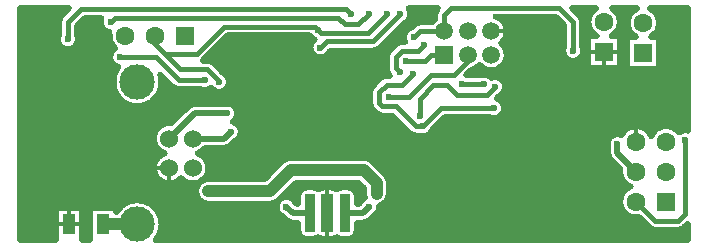
<source format=gbl>
G04 Layer_Physical_Order=2*
G04 Layer_Color=16711680*
%FSLAX24Y24*%
%MOIN*%
G70*
G01*
G75*
%ADD10C,0.0197*%
%ADD24C,0.0177*%
%ADD25C,0.0394*%
%ADD26C,0.0118*%
%ADD27C,0.0157*%
%ADD29C,0.0630*%
%ADD30R,0.0630X0.0630*%
%ADD31C,0.0591*%
%ADD32R,0.0591X0.0591*%
%ADD33R,0.0630X0.0630*%
%ADD34C,0.0600*%
%ADD35C,0.1181*%
%ADD36C,0.0236*%
%ADD37C,0.0394*%
%ADD38R,0.0413X0.0689*%
G04:AMPARAMS|DCode=39|XSize=35.4mil|YSize=129.9mil|CornerRadius=8.9mil|HoleSize=0mil|Usage=FLASHONLY|Rotation=180.000|XOffset=0mil|YOffset=0mil|HoleType=Round|Shape=RoundedRectangle|*
%AMROUNDEDRECTD39*
21,1,0.0354,0.1122,0,0,180.0*
21,1,0.0177,0.1299,0,0,180.0*
1,1,0.0177,-0.0089,0.0561*
1,1,0.0177,0.0089,0.0561*
1,1,0.0177,0.0089,-0.0561*
1,1,0.0177,-0.0089,-0.0561*
%
%ADD39ROUNDEDRECTD39*%
G04:AMPARAMS|DCode=40|XSize=43.3mil|YSize=129.9mil|CornerRadius=10.8mil|HoleSize=0mil|Usage=FLASHONLY|Rotation=180.000|XOffset=0mil|YOffset=0mil|HoleType=Round|Shape=RoundedRectangle|*
%AMROUNDEDRECTD40*
21,1,0.0433,0.1083,0,0,180.0*
21,1,0.0217,0.1299,0,0,180.0*
1,1,0.0217,-0.0108,0.0541*
1,1,0.0217,0.0108,0.0541*
1,1,0.0217,0.0108,-0.0541*
1,1,0.0217,-0.0108,-0.0541*
%
%ADD40ROUNDEDRECTD40*%
D10*
X44262Y34760D02*
G03*
X43945Y35246I-531J0D01*
G01*
X43981Y34291D02*
G03*
X44262Y34760I-251J468D01*
G01*
X43516Y35246D02*
G03*
X43479Y34291I215J-486D01*
G01*
X42953Y34789D02*
G03*
X42693Y35246I-531J0D01*
G01*
X41683Y34803D02*
G03*
X41597Y35012I-295J0D01*
G01*
X42672Y34321D02*
G03*
X42953Y34789I-251J468D01*
G01*
X42149Y35246D02*
G03*
X42170Y34321I272J-457D01*
G01*
X41722Y33829D02*
G03*
X41683Y33986I-335J0D01*
G01*
X41093D02*
G03*
X41722Y33829I295J-157D01*
G01*
X41683Y34803D02*
G03*
X41597Y35012I-295J0D01*
G01*
X36876Y35246D02*
G03*
X36791Y35039I211J-207D01*
G01*
X36876Y35246D02*
G03*
X36791Y35039I211J-207D01*
G01*
Y34896D02*
G03*
X36669Y34774I295J-418D01*
G01*
X39173Y34478D02*
G03*
X38802Y34970I-512J0D01*
G01*
X38988Y34085D02*
G03*
X39173Y34478I-327J394D01*
G01*
X36280Y34774D02*
G03*
X36071Y34687I0J-295D01*
G01*
X35965Y35049D02*
G03*
X35901Y35246I-335J0D01*
G01*
X36280Y34774D02*
G03*
X36071Y34687I0J-295D01*
G01*
X35748Y34736D02*
G03*
X35965Y35049I-119J313D01*
G01*
X35985Y34602D02*
G03*
X35787Y34124I97J-320D01*
G01*
X35673D02*
G03*
X35456Y34034I0J-305D01*
G01*
X39173Y33691D02*
G03*
X38988Y34085I-512J0D01*
G01*
X38268Y33364D02*
G03*
X39173Y33691I394J327D01*
G01*
X37995Y33194D02*
G03*
X38268Y33364I-121J497D01*
G01*
X38908Y32308D02*
G03*
X39124Y32621I-119J313D01*
G01*
D02*
G03*
X38663Y32931I-335J0D01*
G01*
X39087Y31917D02*
G03*
X38840Y32240I-335J0D01*
G01*
X38615Y31612D02*
G03*
X39087Y31917I137J305D01*
G01*
X38663Y32931D02*
G03*
X38278Y33012I-248J-225D01*
G01*
X35673Y34124D02*
G03*
X35457Y34035I0J-305D01*
G01*
X35257Y33835D02*
G03*
X35167Y33619I215J-216D01*
G01*
X35257Y33835D02*
G03*
X35167Y33619I216J-216D01*
G01*
X34724Y33839D02*
G03*
X34940Y33928I0J305D01*
G01*
X34724Y33839D02*
G03*
X34941Y33928I0J305D01*
G01*
X35167Y33248D02*
G03*
X35257Y33032I305J0D01*
G01*
X35167Y33248D02*
G03*
X35257Y33032I305J0D01*
G01*
X35167Y33002D02*
G03*
X34952Y32913I0J-305D01*
G01*
X35167Y33002D02*
G03*
X34951Y32912I0J-305D01*
G01*
X34814Y31763D02*
G03*
X35030Y31673I216J216D01*
G01*
X34813Y31763D02*
G03*
X35030Y31673I216J215D01*
G01*
X34706Y32667D02*
G03*
X34616Y32451I215J-216D01*
G01*
X34706Y32667D02*
G03*
X34616Y32451I216J-216D01*
G01*
Y32087D02*
G03*
X34706Y31871I305J0D01*
G01*
X34616Y32087D02*
G03*
X34706Y31871I305J0D01*
G01*
X45217Y31169D02*
G03*
X44920Y31109I-89J-323D01*
G01*
D02*
G03*
X43988Y30979I-432J-310D01*
G01*
D02*
G03*
X43006Y31022I-500J-180D01*
G01*
X43006D02*
G03*
X42549Y30605I-141J-303D01*
G01*
Y30423D02*
G03*
X42641Y30201I315J0D01*
G01*
X42549Y30423D02*
G03*
X42642Y30200I315J0D01*
G01*
X44882Y27854D02*
G03*
X45098Y27944I0J305D01*
G01*
X44882Y27854D02*
G03*
X45098Y27944I0J305D01*
G01*
X43912Y27944D02*
G03*
X44128Y27854I216J215D01*
G01*
X43912Y27944D02*
G03*
X44128Y27854I216J216D01*
G01*
X42963Y29879D02*
G03*
X43308Y29299I525J-80D01*
G01*
D02*
G03*
X43580Y28276I180J-500D01*
G01*
X36241Y31004D02*
G03*
X36691Y31190I137J305D01*
G01*
X35926Y31094D02*
G03*
X36142Y31004I216J215D01*
G01*
X35926Y31093D02*
G03*
X36142Y31004I216J216D01*
G01*
X35246Y29419D02*
G03*
X35125Y29712I-413J0D01*
G01*
X35246Y29419D02*
G03*
X35125Y29712I-413J0D01*
G01*
X34930Y28663D02*
G03*
X35246Y29065I-97J402D01*
G01*
X34931Y28632D02*
G03*
X34930Y28663I-335J0D01*
G01*
X34739Y28329D02*
G03*
X34931Y28632I-143J303D01*
G01*
X34692Y30144D02*
G03*
X34400Y30266I-293J-292D01*
G01*
X34692Y30145D02*
G03*
X34400Y30266I-292J-292D01*
G01*
X34419Y29065D02*
G03*
X34442Y28929I413J0D01*
G01*
X34183Y28976D02*
G03*
X33878Y29281I-305J0D01*
G01*
X34442Y28929D02*
G03*
X34294Y28775I154J-297D01*
G01*
X34380Y28100D02*
G03*
X34603Y28193I0J315D01*
G01*
X34380Y28100D02*
G03*
X34603Y28193I0J315D01*
G01*
X33878Y27549D02*
G03*
X34183Y27854I0J305D01*
G01*
X32596Y34341D02*
G03*
X32769Y34210I278J187D01*
G01*
D02*
G03*
X33276Y33818I194J-273D01*
G01*
X29404Y33417D02*
G03*
X29195Y33504I-209J-209D01*
G01*
X29404Y33417D02*
G03*
X29195Y33504I-209J-209D01*
G01*
X29921Y32795D02*
G03*
X29719Y33103I-335J0D01*
G01*
X30035Y31462D02*
G03*
X30187Y31742I-183J280D01*
G01*
X30315Y31132D02*
G03*
X30035Y31462I-335J0D01*
G01*
X30123Y30829D02*
G03*
X30315Y31132I-143J303D01*
G01*
X31988Y30266D02*
G03*
X31696Y30145I0J-413D01*
G01*
X31988Y30266D02*
G03*
X31695Y30144I0J-413D01*
G01*
X31989Y30266D02*
G03*
X31695Y30144I-1J-413D01*
G01*
X29318Y32596D02*
G03*
X29921Y32795I269J199D01*
G01*
X30187Y31742D02*
G03*
X29739Y32057I-335J0D01*
G01*
X28967Y32549D02*
G03*
X29318Y32596I137J305D01*
G01*
X29752Y30589D02*
G03*
X29975Y30681I0J315D01*
G01*
X29752Y30589D02*
G03*
X29975Y30681I0J315D01*
G01*
X29231Y29919D02*
G03*
X28871Y30411I-517J0D01*
G01*
X25665Y34911D02*
G03*
X25933Y34451I309J-128D01*
G01*
X24882Y34213D02*
G03*
X24852Y34350I-335J0D01*
G01*
X27667Y32782D02*
G03*
X27627Y33034I-807J0D01*
G01*
X25933Y34451D02*
G03*
X26123Y33912I518J-121D01*
G01*
Y33912D02*
G03*
X26235Y33292I166J-290D01*
G01*
X26235Y33292D02*
G03*
X27667Y32782I625J-510D01*
G01*
X24332Y34990D02*
G03*
X24242Y34774I215J-216D01*
G01*
X24331Y34989D02*
G03*
X24242Y34774I216J-216D01*
G01*
Y34350D02*
G03*
X24882Y34213I305J-137D01*
G01*
X28766Y32057D02*
G03*
X28543Y31965I0J-315D01*
G01*
X28766Y32057D02*
G03*
X28543Y31964I0J-315D01*
G01*
X28022Y32639D02*
G03*
X28238Y32549I216J215D01*
G01*
X28022Y32639D02*
G03*
X28238Y32549I216J216D01*
G01*
X28871Y30411D02*
G03*
X29124Y30589I-157J492D01*
G01*
X27994Y31416D02*
G03*
X27770Y30411I-67J-512D01*
G01*
X33507Y29212D02*
G03*
X33307Y29281I-200J-256D01*
G01*
X33701D02*
G03*
X33507Y29212I0J-305D01*
G01*
X33091Y29281D02*
G03*
X32890Y29212I0J-325D01*
G01*
X32890D02*
G03*
X32697Y29281I-193J-236D01*
G01*
X32520D02*
G03*
X32215Y28976I0J-305D01*
G01*
X32133Y28765D02*
G03*
X31688Y28319I-303J-143D01*
G01*
X31280Y28730D02*
G03*
X31572Y28852I0J413D01*
G01*
X31280Y28730D02*
G03*
X31572Y28851I0J413D01*
G01*
X33507Y27618D02*
G03*
X33701Y27549I193J236D01*
G01*
X33307D02*
G03*
X33507Y27618I0J325D01*
G01*
X32890D02*
G03*
X33091Y27549I200J256D01*
G01*
X31815Y28193D02*
G03*
X32037Y28100I223J223D01*
G01*
X31814Y28193D02*
G03*
X32037Y28100I223J222D01*
G01*
X32697Y27549D02*
G03*
X32890Y27618I0J305D01*
G01*
X32215Y27854D02*
G03*
X32520Y27549I305J0D01*
G01*
X28321Y29585D02*
G03*
X29231Y29919I394J334D01*
G01*
X27770Y30411D02*
G03*
X28321Y29585I157J-492D01*
G01*
X29232Y29557D02*
G03*
X29232Y28730I0J-413D01*
G01*
X29233Y29557D02*
G03*
X29233Y28730I-1J-413D01*
G01*
X27667Y28041D02*
G03*
X26167Y28455I-807J0D01*
G01*
X27476Y27520D02*
G03*
X27667Y28041I-616J522D01*
G01*
X44123Y35118D02*
X45217D01*
X44033Y35197D02*
X45217D01*
X44252Y34862D02*
Y35246D01*
X43945D02*
X45217D01*
X44260Y34803D02*
X45217D01*
X44248Y34882D02*
X45217D01*
X44261Y34724D02*
X45217D01*
X44182Y35039D02*
X45217D01*
X44222Y34961D02*
X45217D01*
X44094Y35147D02*
Y35246D01*
X44016Y35208D02*
Y35246D01*
X44173Y35054D02*
Y35246D01*
X43386Y35165D02*
Y35246D01*
X43307Y35081D02*
Y35246D01*
X43228Y34934D02*
Y35246D01*
X42953Y34803D02*
X43201D01*
X42949Y34724D02*
X43200D01*
X42924Y34961D02*
X43238D01*
X42945Y34882D02*
X43213D01*
X44567Y31325D02*
Y35246D01*
X44488Y31331D02*
Y35246D01*
X44409Y31325D02*
Y35246D01*
X44252Y34291D02*
Y34658D01*
X44226Y34567D02*
X45217D01*
X44249Y34646D02*
X45217D01*
X44187Y34488D02*
X45217D01*
X44130Y34409D02*
X45217D01*
X44044Y34331D02*
X45217D01*
X43307Y34291D02*
Y34438D01*
X43228Y34291D02*
Y34585D01*
X44173Y34291D02*
Y34466D01*
X42933Y34646D02*
X43211D01*
X43386Y34291D02*
Y34355D01*
X44094Y34291D02*
Y34373D01*
X43199Y34291D02*
X43479D01*
X42953Y33258D02*
Y34321D01*
X42913Y34990D02*
Y35246D01*
X42835Y35124D02*
Y35246D01*
X41362D02*
X42149D01*
X42693D02*
X43516D01*
X42763Y35197D02*
X43428D01*
X42839Y35118D02*
X43338D01*
X42890Y35039D02*
X43278D01*
X42756Y35202D02*
Y35246D01*
X41412Y35197D02*
X42080D01*
X42047Y35167D02*
Y35246D01*
X41968Y35068D02*
Y35246D01*
X41490Y35118D02*
X42004D01*
X41569Y35039D02*
X41952D01*
X41683Y34724D02*
X41894D01*
X41683Y34803D02*
X41890D01*
X41683Y34646D02*
X41910D01*
X41638Y34961D02*
X41918D01*
X41672Y34882D02*
X41898D01*
X42859Y34488D02*
X43274D01*
X42904Y34567D02*
X43235D01*
X42913Y34321D02*
Y34588D01*
X42835Y34321D02*
Y34455D01*
X42690Y34331D02*
X43417D01*
X42793Y34409D02*
X43331D01*
X42756Y34321D02*
Y34376D01*
X41890Y34321D02*
X42170D01*
X42672D02*
X42953D01*
X41968D02*
Y34511D01*
X41683Y33986D02*
Y34803D01*
Y34567D02*
X41939D01*
X41683Y34488D02*
X41983D01*
X42047Y34321D02*
Y34412D01*
X41890Y33258D02*
Y34321D01*
X41683Y34409D02*
X42050D01*
X41683Y34331D02*
X42153D01*
X44262Y34252D02*
X45217D01*
X43981Y34291D02*
X44262D01*
Y34173D02*
X45217D01*
X42953Y34252D02*
X43199D01*
X42953Y34094D02*
X43199D01*
X44262Y33858D02*
X45217D01*
X44262Y33937D02*
X45217D01*
X44262Y33779D02*
X45217D01*
X44262Y34094D02*
X45217D01*
X44262Y34016D02*
X45217D01*
X42953D02*
X43199D01*
X42953Y34173D02*
X43199D01*
X42953Y33937D02*
X43199D01*
X41721Y33858D02*
X41890D01*
X42953D02*
X43199D01*
X42953Y33779D02*
X43199D01*
X42953Y33701D02*
X43199D01*
X41719Y33779D02*
X41890D01*
X44262Y33543D02*
X45217D01*
X44262Y33622D02*
X45217D01*
X44262Y33465D02*
X45217D01*
X44262Y33701D02*
X45217D01*
X44262Y33228D02*
Y34291D01*
Y33307D02*
X45217D01*
X44262Y33386D02*
X45217D01*
X43543Y31328D02*
Y33228D01*
X43199D02*
X44262D01*
X43464Y31330D02*
Y33228D01*
X42953Y33465D02*
X43199D01*
X42953Y33622D02*
X43199D01*
Y33228D02*
Y34291D01*
X42953Y33543D02*
X43199D01*
X42953Y33386D02*
X43199D01*
X43386Y31321D02*
Y33228D01*
X42953Y33307D02*
X43199D01*
X41890Y33258D02*
X42953D01*
X41704Y33937D02*
X41890D01*
X41683Y34173D02*
X41890D01*
X41697Y33701D02*
X41890D01*
X41683Y34094D02*
X41890D01*
X38880Y33228D02*
X45217D01*
X38953Y32913D02*
X45217D01*
X38590Y32992D02*
X45217D01*
X39047Y32835D02*
X45217D01*
X37951Y33150D02*
X45217D01*
X37872Y33071D02*
X45217D01*
X41683Y34016D02*
X41890D01*
X41683Y34252D02*
X41890D01*
X41651Y33622D02*
X41890D01*
X41562Y33543D02*
X41890D01*
X39120Y33465D02*
X41890D01*
X39072Y33386D02*
X41890D01*
X39000Y33307D02*
X41890D01*
X39085Y31890D02*
X45217D01*
X39083Y31968D02*
X45217D01*
X39069Y31811D02*
X45217D01*
X39060Y32047D02*
X45217D01*
X39031Y31732D02*
X45217D01*
X37075Y31575D02*
X45217D01*
X38958Y31653D02*
X45217D01*
X36996Y31496D02*
X45217D01*
X36918Y31417D02*
X45217D01*
X36839Y31339D02*
X45217D01*
X39123Y32598D02*
X45217D01*
X39119Y32677D02*
X45217D01*
X39108Y32520D02*
X45217D01*
X39096Y32756D02*
X45217D01*
X39071Y32441D02*
X45217D01*
X39001Y32362D02*
X45217D01*
X39014Y32126D02*
X45217D01*
X38883Y32283D02*
X45217D01*
X38923Y32205D02*
X45217D01*
X41575Y35034D02*
Y35246D01*
X41496Y35113D02*
Y35246D01*
X41653Y34932D02*
Y35246D01*
X41417Y35191D02*
Y35246D01*
X41362D02*
X41597Y35012D01*
X38976Y34882D02*
X40892D01*
X39057Y34803D02*
X40970D01*
X38802Y34970D02*
X40803D01*
X38833Y34961D02*
X40813D01*
X36772Y34882D02*
Y35246D01*
X36693Y34805D02*
Y35246D01*
X36535Y34774D02*
Y35246D01*
X38976Y34882D02*
Y34970D01*
X38898Y34932D02*
Y34970D01*
X39055Y34805D02*
Y34970D01*
X36791Y34896D02*
Y35039D01*
X39166Y34567D02*
X41093D01*
X40803Y34970D02*
X41093Y34681D01*
Y33986D02*
Y34681D01*
X39110Y34724D02*
X41049D01*
X39145Y34646D02*
X41093D01*
X39169Y34409D02*
X41093D01*
X39173Y34488D02*
X41093D01*
X39151Y34331D02*
X41093D01*
X39120Y34252D02*
X41093D01*
X39072Y34173D02*
X41093D01*
X39134Y34675D02*
Y34970D01*
X36614Y34774D02*
Y35246D01*
X36378Y34774D02*
Y35246D01*
X36457Y34774D02*
Y35246D01*
X39055Y34018D02*
Y34151D01*
X39134Y33888D02*
Y34281D01*
X35957Y35118D02*
X36802D01*
X35964Y35039D02*
X36791D01*
X36299Y34774D02*
Y35246D01*
X35901D02*
X36876D01*
X35930Y35197D02*
X36837D01*
X35953Y34961D02*
X36791D01*
X36280Y34774D02*
X36669D01*
X35920Y34882D02*
X36772D01*
X35857Y34803D02*
X36691D01*
X36220Y34768D02*
Y35246D01*
X36142Y34739D02*
Y35246D01*
X36063Y34679D02*
Y35246D01*
X35984Y34601D02*
Y35246D01*
X35985Y34602D02*
X36071Y34687D01*
X35737Y34724D02*
X36116D01*
X35658Y34646D02*
X36029D01*
X35905Y34565D02*
Y34859D01*
X35827Y34497D02*
Y34779D01*
X35579Y34567D02*
X35908D01*
X34941Y33928D02*
X35748Y34736D01*
X35500Y34488D02*
X35819D01*
X35422Y34409D02*
X35773D01*
X35343Y34331D02*
X35752D01*
X35264Y34252D02*
X35749D01*
X35185Y34173D02*
X35766D01*
X35748Y34124D02*
Y34736D01*
X35669Y34124D02*
Y34657D01*
X35590Y34113D02*
Y34578D01*
X35512Y34078D02*
Y34500D01*
X35433Y34011D02*
Y34421D01*
X35354Y33932D02*
Y34342D01*
X35276Y33853D02*
Y34263D01*
X35197Y33750D02*
Y34185D01*
X39057Y34016D02*
X41093D01*
X39110Y33937D02*
X41071D01*
X39145Y33858D02*
X41054D01*
X39000Y34094D02*
X41093D01*
X39173Y33701D02*
X41079D01*
X39166Y33779D02*
X41057D01*
X39169Y33622D02*
X41125D01*
X39151Y33543D02*
X41213D01*
X38425Y33041D02*
Y33237D01*
X38212Y33307D02*
X38323D01*
X38346Y33034D02*
Y33288D01*
X38093Y33228D02*
X38443D01*
X38504Y33029D02*
Y33204D01*
X38031Y33012D02*
Y33204D01*
X37953Y33012D02*
Y33151D01*
X37834Y33012D02*
X38278D01*
X37874D02*
Y33072D01*
X39055Y32825D02*
Y33364D01*
X38976Y32899D02*
Y33287D01*
X38898Y32938D02*
Y33237D01*
X38976Y32166D02*
Y32344D01*
X38840Y32240D02*
X38908Y32308D01*
X39055Y32059D02*
Y32418D01*
X38583Y32997D02*
Y33185D01*
X38268Y33012D02*
Y33364D01*
X38819Y32955D02*
Y33204D01*
X38110Y33012D02*
Y33237D01*
X38189Y33012D02*
Y33287D01*
X38740Y32952D02*
Y33185D01*
X38898Y32219D02*
Y32298D01*
X38661Y32934D02*
Y33179D01*
X35673Y34124D02*
X35787D01*
X35257Y33835D02*
X35456Y34034D01*
X35107Y34094D02*
X35541D01*
X35028Y34016D02*
X35438D01*
X37820Y33018D02*
X37995Y33194D01*
X35257Y33032D02*
X35287Y33002D01*
X35167D02*
X35287D01*
X34949Y33937D02*
X35359D01*
X34832Y33858D02*
X35280D01*
X35118Y32998D02*
Y34106D01*
X35197Y33002D02*
Y33117D01*
X35167Y33248D02*
Y33619D01*
X35039Y32974D02*
Y34027D01*
X34961Y32921D02*
Y33948D01*
X34882Y32843D02*
Y33882D01*
X35030Y31673D02*
X35346D01*
X37113Y31612D02*
X38615D01*
X34706Y32667D02*
X34951Y32912D01*
X34803Y32764D02*
Y33849D01*
X34724Y32685D02*
Y33839D01*
X34646Y32582D02*
Y33839D01*
X34706Y31871D02*
X34813Y31763D01*
X34616Y32087D02*
Y32451D01*
X45118Y31181D02*
Y35246D01*
X44803Y31227D02*
Y35246D01*
X45197Y31174D02*
Y35246D01*
X44331Y31307D02*
Y35246D01*
X44724Y31275D02*
Y35246D01*
X44753Y31260D02*
X45217D01*
X44858Y31181D02*
X45122D01*
X45134D02*
X45217D01*
X44646Y31307D02*
Y35246D01*
X44252Y31275D02*
Y33228D01*
X44173Y31227D02*
Y33228D01*
X43779Y31244D02*
Y33228D01*
X43858Y31181D02*
Y33228D01*
X43701Y31286D02*
Y33228D01*
X43150Y31209D02*
Y35246D01*
X43753Y31260D02*
X44223D01*
X43622Y31314D02*
Y33228D01*
X43858Y31181D02*
X44118D01*
X43307Y31299D02*
Y33228D01*
X43228Y31263D02*
Y33228D01*
X45217Y31169D02*
Y35246D01*
X45039Y31169D02*
Y35246D01*
X44961Y31136D02*
Y35246D01*
X44882Y31156D02*
Y35246D01*
X44016Y31043D02*
Y33228D01*
X44094Y31156D02*
Y33228D01*
X43925Y31102D02*
X44052D01*
X43970Y31024D02*
X44006D01*
X43937Y31084D02*
Y33228D01*
X43071Y31128D02*
Y35246D01*
X42992Y31028D02*
Y35246D01*
X42835Y31052D02*
Y33258D01*
X42913Y31050D02*
Y33258D01*
X42835Y27520D02*
Y30007D01*
X42913Y27520D02*
Y29929D01*
X36760Y31260D02*
X43223D01*
X42756Y31035D02*
Y33258D01*
X36687Y31181D02*
X43118D01*
X36641Y31102D02*
X43052D01*
X34837Y30000D02*
X42842D01*
X36553Y31024D02*
X42727D01*
X42642Y30200D02*
X42963Y29879D01*
X34679Y30157D02*
X42685D01*
X34758Y30079D02*
X42763D01*
X42677Y30996D02*
Y33258D01*
X42598Y30922D02*
Y33258D01*
X42520Y27520D02*
Y33258D01*
X42283Y27520D02*
Y33258D01*
X42362Y27520D02*
Y33258D01*
X42549Y30423D02*
Y30605D01*
X34553Y30236D02*
X42611D01*
X42441Y27520D02*
Y33258D01*
X41968Y27520D02*
Y33258D01*
X41890Y27520D02*
Y35246D01*
X42047Y27520D02*
Y33258D01*
X41732Y27520D02*
Y35246D01*
X41811Y27520D02*
Y35246D01*
X42677Y27520D02*
Y30165D01*
X42598Y27520D02*
Y30254D01*
X42756Y27520D02*
Y30086D01*
X42126Y27520D02*
Y33258D01*
X42205Y27520D02*
Y33258D01*
X41575Y27520D02*
Y33551D01*
X41181Y27520D02*
Y33566D01*
X41653Y27520D02*
Y33625D01*
X41024Y27520D02*
Y34750D01*
X41102Y27520D02*
Y33654D01*
X41417Y27520D02*
Y33495D01*
X41496Y27520D02*
Y33512D01*
X41260Y27520D02*
Y33520D01*
X41339Y27520D02*
Y33498D01*
X45185Y28031D02*
X45217D01*
X45197Y27520D02*
Y28043D01*
X45217Y27520D02*
Y28063D01*
X45098Y27944D02*
X45217Y28063D01*
X45118Y27520D02*
Y27964D01*
X44990Y27874D02*
X45217D01*
X45107Y27953D02*
X45217D01*
X44128Y27854D02*
X44882D01*
X43580Y28276D02*
X43912Y27944D01*
X43228Y29263D02*
Y29336D01*
X43150Y29209D02*
Y29390D01*
X44803Y27520D02*
Y27854D01*
X44724Y27520D02*
Y27854D01*
X44882Y27520D02*
Y27854D01*
X44567Y27520D02*
Y27854D01*
X44646Y27520D02*
Y27854D01*
X44961Y27520D02*
Y27865D01*
X44094Y27520D02*
Y27856D01*
X45039Y27520D02*
Y27898D01*
X43937Y27520D02*
Y27922D01*
X44016Y27520D02*
Y27876D01*
X44409Y27520D02*
Y27854D01*
X44331Y27520D02*
Y27854D01*
X44488Y27520D02*
Y27854D01*
X44173Y27520D02*
Y27854D01*
X44252Y27520D02*
Y27854D01*
X43464Y27520D02*
Y28268D01*
X43386Y27520D02*
Y28278D01*
X43543Y27520D02*
Y28271D01*
X43228Y27520D02*
Y28336D01*
X43307Y27520D02*
Y28300D01*
X43779Y27520D02*
Y28076D01*
X43858Y27520D02*
Y27998D01*
X43622Y27520D02*
Y28234D01*
X43701Y27520D02*
Y28155D01*
X35245Y29449D02*
X43089D01*
X43071Y29128D02*
Y29470D01*
X35201Y29606D02*
X42993D01*
X35232Y29527D02*
X43031D01*
X35246Y29291D02*
X43287D01*
X35246Y29370D02*
X43175D01*
X35246Y29213D02*
X43154D01*
X35246Y29134D02*
X43075D01*
X35246Y29055D02*
X43022D01*
X35149Y29685D02*
X42969D01*
X35073Y29764D02*
X42958D01*
X42992Y28990D02*
Y29609D01*
X34915Y29921D02*
X42921D01*
X34994Y29842D02*
X42958D01*
X35236Y28976D02*
X42987D01*
X35211Y28898D02*
X42966D01*
X35165Y28819D02*
X42957D01*
X35088Y28740D02*
X42960D01*
X34599Y28189D02*
X43667D01*
X34678Y28268D02*
X43588D01*
X34458Y28110D02*
X43746D01*
X34183Y28031D02*
X43824D01*
X34183Y27953D02*
X43903D01*
X34177Y27795D02*
X45217D01*
X34183Y27874D02*
X44020D01*
X34150Y27716D02*
X45217D01*
X34093Y27638D02*
X45217D01*
X33955Y27559D02*
X45217D01*
X34930Y28661D02*
X42975D01*
X42992Y27520D02*
Y28609D01*
X34927Y28583D02*
X43003D01*
X34906Y28504D02*
X43046D01*
X43071Y27520D02*
Y28470D01*
X43150Y27520D02*
Y28390D01*
X34860Y28425D02*
X43111D01*
X34771Y28346D02*
X43210D01*
X39370Y27520D02*
Y34970D01*
X39291Y27520D02*
Y34970D01*
X39449Y27520D02*
Y34970D01*
X39134Y27520D02*
Y33494D01*
X39213Y27520D02*
Y34970D01*
X38976Y27520D02*
Y31669D01*
X38898Y27520D02*
Y31616D01*
X39055Y27520D02*
Y31775D01*
X38740Y27520D02*
Y31583D01*
X38819Y27520D02*
Y31589D01*
X38189Y27520D02*
Y31612D01*
X38110Y27520D02*
Y31612D01*
X38268Y27520D02*
Y31612D01*
X37953Y27520D02*
Y31612D01*
X38031Y27520D02*
Y31612D01*
X38583Y27520D02*
Y31612D01*
X38504Y27520D02*
Y31612D01*
X38661Y27520D02*
Y31595D01*
X38346Y27520D02*
Y31612D01*
X38425Y27520D02*
Y31612D01*
X40472Y27520D02*
Y34970D01*
X40394Y27520D02*
Y34970D01*
X40551Y27520D02*
Y34970D01*
X40236Y27520D02*
Y34970D01*
X40315Y27520D02*
Y34970D01*
X40866Y27520D02*
Y34907D01*
X40787Y27520D02*
Y34970D01*
X40945Y27520D02*
Y34829D01*
X40630Y27520D02*
Y34970D01*
X40709Y27520D02*
Y34970D01*
X39764Y27520D02*
Y34970D01*
X39685Y27520D02*
Y34970D01*
X39842Y27520D02*
Y34970D01*
X39527Y27520D02*
Y34970D01*
X39606Y27520D02*
Y34970D01*
X40079Y27520D02*
Y34970D01*
X40157Y27520D02*
Y34970D01*
X39921Y27520D02*
Y34970D01*
X40000Y27520D02*
Y34970D01*
X34803Y30034D02*
Y31773D01*
X34724Y30112D02*
Y31852D01*
X34882Y29955D02*
Y31711D01*
X34567Y30230D02*
Y33839D01*
X34646Y30185D02*
Y31956D01*
X36691Y31190D02*
X37113Y31612D01*
X35346Y31673D02*
X35926Y31094D01*
X35118Y29719D02*
Y31673D01*
X34961Y29876D02*
Y31681D01*
X35039Y29797D02*
Y31673D01*
X34016Y30266D02*
Y33839D01*
X33937Y30266D02*
Y33839D01*
X34094Y30266D02*
Y33839D01*
X33779Y30266D02*
Y33839D01*
X33858Y30266D02*
Y33839D01*
X34409Y30266D02*
Y33839D01*
X34331Y30266D02*
Y33839D01*
X34488Y30256D02*
Y33839D01*
X34173Y30266D02*
Y33839D01*
X34252Y30266D02*
Y33839D01*
X37401Y27520D02*
Y31612D01*
X37323Y27520D02*
Y31612D01*
X37480Y27520D02*
Y31612D01*
X37165Y27520D02*
Y31612D01*
X37244Y27520D02*
Y31612D01*
X37795Y27520D02*
Y31612D01*
X37716Y27520D02*
Y31612D01*
X37874Y27520D02*
Y31612D01*
X37559Y27520D02*
Y31612D01*
X37638Y27520D02*
Y31612D01*
X35433Y27520D02*
Y31586D01*
X35354Y27520D02*
Y31665D01*
X37087Y27520D02*
Y31586D01*
X35197Y29615D02*
Y31673D01*
X35276Y27520D02*
Y31673D01*
X36929Y27520D02*
Y31429D01*
X37008Y27520D02*
Y31507D01*
X35512Y27520D02*
Y31508D01*
X35590Y27520D02*
Y31429D01*
X36693Y27520D02*
Y31192D01*
X36850Y27520D02*
Y31350D01*
X36142Y31004D02*
X36241D01*
X36220Y27520D02*
Y31004D01*
X36614Y27520D02*
Y31072D01*
X36063Y27520D02*
Y31014D01*
X36142Y27520D02*
Y31004D01*
X35246Y29065D02*
Y29419D01*
X35984Y27520D02*
Y31048D01*
X34692Y30144D02*
X35125Y29712D01*
X34419Y29065D02*
Y29248D01*
X34603Y28193D02*
X34739Y28329D01*
X35905Y27520D02*
Y31114D01*
X35827Y27520D02*
Y31193D01*
X36772Y27520D02*
Y31271D01*
X35669Y27520D02*
Y31350D01*
X35748Y27520D02*
Y31271D01*
X36457Y27520D02*
Y30984D01*
X36378Y27520D02*
Y30974D01*
X36535Y27520D02*
Y31014D01*
X35197Y27520D02*
Y28869D01*
X36299Y27520D02*
Y30984D01*
X35039Y27520D02*
Y28707D01*
X34961Y27520D02*
Y28672D01*
X35118Y27520D02*
Y28766D01*
X34803Y27520D02*
Y28369D01*
X34882Y27520D02*
Y28457D01*
X34646Y27520D02*
Y28236D01*
X34724Y27520D02*
Y28314D01*
X34488Y27520D02*
Y28120D01*
X34567Y27520D02*
Y28162D01*
X34409Y28909D02*
Y29258D01*
X34228Y29439D02*
X34419Y29248D01*
X34071Y29213D02*
X34419D01*
X34183Y28976D02*
X34429D01*
X34183Y28898D02*
X34393D01*
X34139Y29134D02*
X34419D01*
X34173Y29055D02*
X34419D01*
X34094Y29191D02*
Y29439D01*
X34016Y29249D02*
Y29439D01*
X34173Y29054D02*
Y29439D01*
X33779Y29281D02*
Y29439D01*
X33858Y29281D02*
Y29439D01*
X34331Y28835D02*
Y29337D01*
X34183Y28819D02*
X34319D01*
X33937Y29276D02*
Y29439D01*
X34252Y28733D02*
Y29415D01*
X34183Y28740D02*
X34259D01*
X34249Y28730D02*
X34294Y28775D01*
X34409Y27520D02*
Y28102D01*
X34331Y27520D02*
Y28100D01*
X34183D02*
X34380D01*
X34252Y27520D02*
Y28100D01*
X34183Y28730D02*
X34249D01*
X34183D02*
Y28976D01*
Y27854D02*
Y28100D01*
X34173Y27520D02*
Y27777D01*
X34016Y27520D02*
Y27582D01*
X34094Y27520D02*
Y27639D01*
X33701Y27549D02*
X33878D01*
X33937Y27520D02*
Y27555D01*
X33622Y30266D02*
Y33839D01*
X33543Y30266D02*
Y33839D01*
X33701Y30266D02*
Y33839D01*
X33296D02*
X34724D01*
X33307Y30266D02*
Y33839D01*
X33258Y33779D02*
X35213D01*
X33386Y30266D02*
Y33839D01*
X33465Y30266D02*
Y33839D01*
X33200Y33701D02*
X35179D01*
X33075Y33622D02*
X35167D01*
X32756Y30266D02*
Y33674D01*
X32677Y34112D02*
Y34257D01*
X33228Y30266D02*
Y33734D01*
X33071Y30266D02*
Y33620D01*
X32992Y30266D02*
Y33604D01*
X33150Y30266D02*
Y33659D01*
X32835Y30266D02*
Y33628D01*
X32913Y30266D02*
Y33606D01*
X32205Y30266D02*
Y34341D01*
X32126Y30266D02*
Y34341D01*
X32283Y30266D02*
Y34341D01*
X32047Y30266D02*
Y34341D01*
X31968Y30265D02*
Y34341D01*
X32598Y30266D02*
Y34338D01*
X32520Y30266D02*
Y34341D01*
X32677Y30266D02*
Y33762D01*
X32362Y30266D02*
Y34341D01*
X32441Y30266D02*
Y34341D01*
X31575Y30024D02*
Y34341D01*
X31496Y29945D02*
Y34341D01*
X31417Y29866D02*
Y34341D01*
X31339Y29787D02*
Y34341D01*
X31260Y29709D02*
Y34341D01*
X31890Y30254D02*
Y34341D01*
X31811Y30226D02*
Y34341D01*
X31732Y30177D02*
Y34341D01*
X31653Y30102D02*
Y34341D01*
X29719Y34173D02*
X32725D01*
X29797Y34252D02*
X32684D01*
X29640Y34094D02*
X32667D01*
X29561Y34016D02*
X32637D01*
X29404Y33858D02*
X32637D01*
X29246Y33701D02*
X32726D01*
X29325Y33779D02*
X32667D01*
X29343Y33465D02*
X35167D01*
X29168Y33622D02*
X32850D01*
X29089Y33543D02*
X35167D01*
X29876Y34331D02*
X32603D01*
X29886Y34341D02*
X32596D01*
X29482Y33937D02*
X32628D01*
X29052Y33507D02*
X29886Y34341D01*
X29370Y33447D02*
Y33824D01*
X29291Y33488D02*
Y33746D01*
X29213Y33503D02*
Y33667D01*
X29049Y33504D02*
X29195D01*
X30236Y31348D02*
Y34341D01*
X30157Y31880D02*
Y34341D01*
X30315Y31138D02*
Y34341D01*
X30000Y32042D02*
Y34341D01*
X30079Y31989D02*
Y34341D01*
X29672Y33150D02*
X35184D01*
X29593Y33228D02*
X35168D01*
X31181Y29630D02*
Y34341D01*
X29436Y33386D02*
X35167D01*
X29515Y33307D02*
X35167D01*
X29842Y33011D02*
Y34297D01*
X29764Y33079D02*
Y34218D01*
X29921Y32802D02*
Y34341D01*
X29606Y33215D02*
Y34061D01*
X29685Y33137D02*
Y34139D01*
X29527Y33294D02*
Y33982D01*
X29449Y33373D02*
Y33903D01*
X29404Y33417D02*
X29719Y33103D01*
X29900Y32913D02*
X34952D01*
X29919Y32835D02*
X34874D01*
X29919Y32756D02*
X34795D01*
X29777Y33071D02*
X35224D01*
X29857Y32992D02*
X35090D01*
X30175Y31653D02*
X35366D01*
X30187Y31732D02*
X34849D01*
X30155Y31417D02*
X35602D01*
X30142Y31575D02*
X35445D01*
X30079Y31496D02*
X35523D01*
X29900Y32677D02*
X34716D01*
X29921Y32070D02*
Y32789D01*
X29990Y32047D02*
X34619D01*
X29857Y32598D02*
X34654D01*
X29842Y32077D02*
Y32580D01*
X30153Y31890D02*
X34688D01*
X30099Y31968D02*
X34640D01*
X30180Y31811D02*
X34765D01*
X30079Y31452D02*
Y31496D01*
X30314Y31102D02*
X35917D01*
X30311Y31181D02*
X35838D01*
X30297Y31024D02*
X36034D01*
X30244Y31339D02*
X35681D01*
X30290Y31260D02*
X35760D01*
X30258Y30945D02*
X42618D01*
X30184Y30866D02*
X42564D01*
X30081Y30787D02*
X42537D01*
X30002Y30709D02*
X42530D01*
X29908Y30630D02*
X42541D01*
X30157Y31416D02*
Y31605D01*
X29975Y30681D02*
X30123Y30829D01*
X30000Y29557D02*
Y30706D01*
X31989Y30266D02*
X34400D01*
X29776Y32520D02*
X34624D01*
X29764Y32065D02*
Y32511D01*
X27592Y32441D02*
X34616D01*
X27550Y32362D02*
X34616D01*
X27495Y32283D02*
X34616D01*
X28766Y32057D02*
X29739D01*
X27425Y32205D02*
X34616D01*
X27331Y32126D02*
X34616D01*
X29291Y32057D02*
Y32577D01*
X29213Y32057D02*
Y32538D01*
X29370Y32057D02*
Y32540D01*
X27624Y32520D02*
X29397D01*
X29606Y32057D02*
Y32461D01*
X29685Y32057D02*
Y32475D01*
X29449Y32057D02*
Y32490D01*
X29527Y32057D02*
Y32466D01*
X29047Y30315D02*
X42568D01*
X29092Y30551D02*
X42549D01*
X29122Y30236D02*
X31835D01*
X28999Y30472D02*
X42549D01*
X28919Y30394D02*
X42551D01*
X29225Y30000D02*
X31551D01*
X29231Y29921D02*
X31472D01*
X29225Y29842D02*
X31394D01*
X29173Y30157D02*
X31709D01*
X29206Y30079D02*
X31630D01*
X29213Y30057D02*
Y30589D01*
X29124D02*
X29752D01*
X29207Y29764D02*
X31315D01*
X29233Y29557D02*
X31108D01*
X29175Y29685D02*
X31236D01*
X29125Y29606D02*
X31157D01*
X24852Y34646D02*
X25669D01*
X25117Y34911D02*
X25665D01*
X24852Y34567D02*
X25719D01*
X24852Y34488D02*
X25817D01*
X24880Y34252D02*
X25925D01*
X24860Y34331D02*
X25919D01*
X24880Y34173D02*
X25943D01*
X24852Y34409D02*
X25925D01*
X24860Y34094D02*
X25975D01*
X25087Y34882D02*
X25655D01*
X24488Y35146D02*
Y35246D01*
X24852Y34647D02*
X25117Y34911D01*
X24409Y35067D02*
Y35246D01*
X24332Y34990D02*
X24588Y35246D01*
X24929Y34724D02*
X25645D01*
X25008Y34803D02*
X25640D01*
X24882Y34218D02*
Y34677D01*
X24852Y34350D02*
Y34647D01*
X29134Y33504D02*
Y33588D01*
X27656Y32913D02*
X27748D01*
X27716Y31375D02*
Y32945D01*
X27627Y33034D02*
X28022Y32639D01*
X27953Y31419D02*
Y32708D01*
X27874Y31417D02*
Y32787D01*
X27795Y31403D02*
Y32866D01*
X27666Y32835D02*
X27826D01*
X27667Y32756D02*
X27905D01*
X26063Y33868D02*
Y33967D01*
X25984Y33759D02*
Y34076D01*
X24818Y34016D02*
X26023D01*
X24737Y33937D02*
X26094D01*
X26142Y33149D02*
Y33322D01*
X26063Y32907D02*
Y33376D01*
X22943Y35118D02*
X24460D01*
X24331Y34989D02*
Y35246D01*
X24252Y34850D02*
Y35246D01*
X22943D02*
X24588D01*
X22943Y35197D02*
X24539D01*
X22943Y35039D02*
X24381D01*
X22943Y34961D02*
X24306D01*
X22943Y34882D02*
X24262D01*
X22943Y34803D02*
X24244D01*
X22943Y34724D02*
X24242D01*
Y34350D02*
Y34774D01*
X22943Y34646D02*
X24242D01*
X22943Y34567D02*
X24242D01*
X22943Y34331D02*
X24234D01*
X22943Y34252D02*
X24215D01*
X22943Y34173D02*
X24215D01*
X22943Y34488D02*
X24242D01*
X22943Y34409D02*
X24242D01*
X22943Y33228D02*
X26188D01*
X22943Y33307D02*
X26176D01*
X22943Y33150D02*
X26142D01*
X22943Y33858D02*
X26052D01*
X22943Y33386D02*
X26052D01*
X22943Y32913D02*
X26064D01*
X22943Y32835D02*
X26055D01*
X22943Y32756D02*
X26054D01*
X22943Y33071D02*
X26107D01*
X22943Y32992D02*
X26081D01*
X22943Y34016D02*
X24277D01*
X22943Y34094D02*
X24234D01*
X22943Y33937D02*
X24358D01*
X22943Y33779D02*
X25994D01*
X22943Y33543D02*
X25964D01*
X22943Y33465D02*
X25994D01*
X22943Y33701D02*
X25964D01*
X22943Y33622D02*
X25955D01*
X28898Y32057D02*
Y32549D01*
X28819Y32057D02*
Y32549D01*
X28976Y32057D02*
Y32545D01*
X28238Y32549D02*
X28967D01*
X28740Y32056D02*
Y32549D01*
X29134Y32057D02*
Y32521D01*
X29055Y32057D02*
Y32523D01*
X27195Y32047D02*
X28687D01*
X27661Y32677D02*
X27984D01*
X22943D02*
X26060D01*
X27646Y32598D02*
X28072D01*
X28661Y32039D02*
Y32549D01*
X28583Y31998D02*
Y32549D01*
X28504Y31926D02*
Y32549D01*
X22943Y32126D02*
X26389D01*
X28425Y31847D02*
Y32549D01*
X28346Y31768D02*
Y32549D01*
X28268Y31689D02*
Y32549D01*
X28189Y31611D02*
Y32553D01*
X28110Y31532D02*
Y32577D01*
X28031Y31453D02*
Y32630D01*
X29055Y30308D02*
Y30515D01*
X28976Y30365D02*
Y30458D01*
X29134Y30221D02*
Y30589D01*
X27994Y31416D02*
X28543Y31964D01*
X27638Y31331D02*
Y32565D01*
X27559Y31266D02*
Y32378D01*
X27480Y31163D02*
Y32265D01*
Y30178D02*
Y30645D01*
X27716Y30391D02*
Y30432D01*
X27638Y30347D02*
Y30476D01*
X27559Y30282D02*
Y30541D01*
X22943Y31811D02*
X28389D01*
X22943Y31732D02*
X28310D01*
X22943Y31653D02*
X28232D01*
X22943Y31968D02*
X28547D01*
X22943Y31890D02*
X28468D01*
X22943Y31417D02*
X27873D01*
X22943Y31339D02*
X27649D01*
X22943Y31260D02*
X27553D01*
X22943Y31575D02*
X28153D01*
X22943Y31496D02*
X28074D01*
X22943Y32362D02*
X26171D01*
X22943Y32441D02*
X26129D01*
X22943Y32283D02*
X26225D01*
X22943Y32598D02*
X26074D01*
X22943Y32520D02*
X26097D01*
X22943Y31181D02*
X27492D01*
X22943Y31102D02*
X27450D01*
X22943Y32205D02*
X26296D01*
X22943Y32047D02*
X26525D01*
X22943Y30472D02*
X27643D01*
X22943Y30551D02*
X27550D01*
X22943Y30394D02*
X27723D01*
X22943Y30709D02*
X27449D01*
X22943Y30630D02*
X27489D01*
X22943Y30157D02*
X27469D01*
X22943Y29685D02*
X27467D01*
X22943Y29606D02*
X27516D01*
X22943Y30315D02*
X27595D01*
X22943Y30236D02*
X27519D01*
X22943Y30787D02*
X27424D01*
X22943Y30866D02*
X27412D01*
X22943Y30079D02*
X27436D01*
X22943Y31024D02*
X27425D01*
X22943Y30945D02*
X27412D01*
X22943Y29842D02*
X27416D01*
X22943Y29764D02*
X27435D01*
X22943Y30000D02*
X27417D01*
X22943Y29921D02*
X27411D01*
X33701Y29281D02*
Y29439D01*
X33386Y29272D02*
Y29439D01*
X33622Y29271D02*
Y29439D01*
X32159D02*
X34228D01*
X33228Y29281D02*
Y29439D01*
X33091Y29281D02*
X33307D01*
X33307D02*
Y29439D01*
X33701Y29281D02*
X33878D01*
X32090Y29370D02*
X34297D01*
X32012Y29291D02*
X34376D01*
X33150Y29281D02*
Y29439D01*
X33071Y29281D02*
Y29439D01*
X32992Y29266D02*
Y29439D01*
X32756Y29276D02*
Y29439D01*
X32835Y29249D02*
Y29439D01*
X32520Y29281D02*
X32697D01*
X32598D02*
Y29439D01*
X32677Y29281D02*
Y29439D01*
X32520Y29281D02*
Y29439D01*
X32441Y29271D02*
Y29439D01*
X33543Y29238D02*
Y29439D01*
X33465Y29241D02*
Y29439D01*
X32362Y29238D02*
Y29439D01*
X32913Y29229D02*
Y29439D01*
X32283Y29169D02*
Y29439D01*
X32215Y28730D02*
Y28976D01*
X32205Y28730D02*
Y29439D01*
X32047Y28877D02*
Y29327D01*
X32126Y28780D02*
Y29405D01*
X32158Y28740D02*
X32215D01*
X32133Y28765D02*
X32168Y28730D01*
X32021Y28898D02*
X32215D01*
X32101Y28819D02*
X32215D01*
X30709Y29557D02*
Y34341D01*
X30630Y29557D02*
Y34341D01*
X30787Y29557D02*
Y34341D01*
X30472Y29557D02*
Y34341D01*
X30551Y29557D02*
Y34341D01*
X31102Y29557D02*
Y34341D01*
X31024Y29557D02*
Y34341D01*
X31108Y29557D02*
X31695Y30144D01*
X30866Y29557D02*
Y34341D01*
X30945Y29557D02*
Y34341D01*
X30315Y29557D02*
Y31126D01*
X30236Y29557D02*
Y30916D01*
X30394Y29557D02*
Y34341D01*
X29842Y29557D02*
Y30602D01*
X30157Y29557D02*
Y30848D01*
X29685Y29557D02*
Y30589D01*
X29606Y29557D02*
Y30589D01*
X29764Y29557D02*
Y30589D01*
X29449Y29557D02*
Y30589D01*
X29527Y29557D02*
Y30589D01*
X31933Y29213D02*
X32326D01*
X31890Y28951D02*
Y29169D01*
X31968Y28927D02*
Y29248D01*
X31854Y29134D02*
X32258D01*
X31572Y28852D02*
X32159Y29439D01*
X31776Y29055D02*
X32225D01*
X31811Y28956D02*
Y29091D01*
X31732Y28942D02*
Y29012D01*
X31697Y28976D02*
X32215D01*
X31496Y27520D02*
Y28792D01*
X29921Y29557D02*
Y30638D01*
X30079Y29557D02*
Y30785D01*
X31369Y28740D02*
X31518D01*
X31417Y27520D02*
Y28754D01*
X30394Y27520D02*
Y28730D01*
X31339Y27520D02*
Y28735D01*
X33543Y27520D02*
Y27593D01*
X33386Y27559D02*
X33624D01*
X33465Y27520D02*
Y27590D01*
X33622Y27520D02*
Y27560D01*
X32774Y27559D02*
X33011D01*
X33091Y27549D02*
X33307D01*
X32037Y28100D02*
X32215D01*
X32168Y28730D02*
X32215D01*
X31688Y28319D02*
X31814Y28193D01*
X32520Y27549D02*
X32697D01*
X32835Y27520D02*
Y27582D01*
X32215Y27854D02*
Y28100D01*
X32362Y27520D02*
Y27593D01*
X32283Y27520D02*
Y27661D01*
X32913Y27520D02*
Y27602D01*
X32126Y27520D02*
Y28100D01*
X32205Y27520D02*
Y28100D01*
X33071Y27520D02*
Y27550D01*
X32992Y27520D02*
Y27564D01*
X33386Y27520D02*
Y27559D01*
X32441Y27520D02*
Y27560D01*
X32756Y27520D02*
Y27555D01*
X31653Y27520D02*
Y28338D01*
X31575Y27520D02*
Y28406D01*
X31732Y27520D02*
Y28275D01*
X31181Y27520D02*
Y28730D01*
X31260Y27520D02*
Y28730D01*
X31968Y27520D02*
Y28108D01*
X32047Y27520D02*
Y28100D01*
X31811Y27520D02*
Y28196D01*
X31890Y27520D02*
Y28137D01*
X27667Y28031D02*
X32215D01*
X27664Y28110D02*
X31960D01*
X27662Y27953D02*
X32215D01*
X27635Y28268D02*
X31740D01*
X27654Y28189D02*
X31818D01*
X27629Y27795D02*
X32220D01*
X27650Y27874D02*
X32215D01*
X27599Y27716D02*
X32247D01*
X27559Y27638D02*
X32305D01*
X27507Y27559D02*
X32443D01*
X30551Y27520D02*
Y28730D01*
X30472Y27520D02*
Y28730D01*
X30630Y27520D02*
Y28730D01*
X29233D02*
X31280D01*
X27377Y28661D02*
X31498D01*
X27570Y28425D02*
X31560D01*
X27607Y28346D02*
X31641D01*
X27459Y28583D02*
X31498D01*
X27522Y28504D02*
X31518D01*
X30709Y27520D02*
Y28730D01*
X30315Y27520D02*
Y28730D01*
X30787Y27520D02*
Y28730D01*
X30157Y27520D02*
Y28730D01*
X30236Y27520D02*
Y28730D01*
X31024Y27520D02*
Y28730D01*
X30945Y27520D02*
Y28730D01*
X31102Y27520D02*
Y28730D01*
X27476Y27520D02*
X45217D01*
X30866D02*
Y28730D01*
X29685Y27520D02*
Y28730D01*
X29606Y27520D02*
Y28730D01*
X29764Y27520D02*
Y28730D01*
X29449Y27520D02*
Y28730D01*
X29527Y27520D02*
Y28730D01*
X30000Y27520D02*
Y28730D01*
X30079Y27520D02*
Y28730D01*
X29842Y27520D02*
Y28730D01*
X29921Y27520D02*
Y28730D01*
X29370Y29557D02*
Y30589D01*
X29291Y29557D02*
Y30589D01*
X27244Y28751D02*
Y32072D01*
X29213Y29557D02*
Y29782D01*
X29134Y29545D02*
Y29618D01*
X28264Y29527D02*
X28378D01*
X27087Y28816D02*
Y32007D01*
X26614Y28810D02*
Y32013D01*
X27165Y28789D02*
Y32034D01*
X26535Y28780D02*
Y32043D01*
X26457Y28740D02*
Y32083D01*
X26929Y28845D02*
Y31977D01*
X26850Y28848D02*
Y31974D01*
X27008Y28835D02*
Y31988D01*
X26772Y28844D02*
Y31979D01*
X26693Y28831D02*
Y31992D01*
X27480Y28558D02*
Y29660D01*
X28346Y27520D02*
Y29557D01*
X27323Y28703D02*
Y32120D01*
X27402Y28640D02*
Y32183D01*
X28268Y27520D02*
Y29531D01*
X28189Y27520D02*
Y29474D01*
X28425Y27520D02*
Y29491D01*
X27559Y28445D02*
Y29557D01*
X27638Y28258D02*
Y29491D01*
X25984Y28602D02*
Y33485D01*
X25905Y28602D02*
Y34456D01*
X26063Y28602D02*
Y32656D01*
X25748Y28602D02*
Y34537D01*
X25827Y28602D02*
Y34483D01*
X26378Y28688D02*
Y32134D01*
X26299Y28621D02*
Y32201D01*
X26142Y28602D02*
Y32414D01*
X26220Y28533D02*
Y32290D01*
X25512Y28602D02*
Y34911D01*
X25433Y28602D02*
Y34911D01*
X25591Y28602D02*
Y34911D01*
X25354Y28602D02*
Y34911D01*
X25197Y27520D02*
Y34911D01*
X24961Y28602D02*
Y34755D01*
X24882Y28602D02*
Y34207D01*
X25669Y28602D02*
Y34646D01*
X22943Y29527D02*
X27591D01*
X22943Y29449D02*
X27714D01*
X24724Y28602D02*
Y33929D01*
X24331Y28602D02*
Y33957D01*
X24803Y28602D02*
Y33997D01*
X24173Y28602D02*
Y35246D01*
X24252Y28602D02*
Y34055D01*
X24567Y28602D02*
Y33879D01*
X24646Y28602D02*
Y33893D01*
X24409Y28602D02*
Y33908D01*
X24488Y28602D02*
Y33883D01*
X24016Y27520D02*
Y35246D01*
X23937Y27520D02*
Y35246D01*
X24094Y27520D02*
Y35246D01*
X23622Y27520D02*
Y35246D01*
X23858Y27520D02*
Y35246D01*
X25118Y27520D02*
Y34911D01*
X25039Y27520D02*
Y34834D01*
X25276Y27520D02*
Y34911D01*
X23701Y27520D02*
Y35246D01*
X23779Y27520D02*
Y35246D01*
X23150Y27520D02*
Y35246D01*
X23071Y27520D02*
Y35246D01*
X23228Y27520D02*
Y35246D01*
X22943Y27520D02*
Y35246D01*
X22992Y27520D02*
Y35246D01*
X23465Y27520D02*
Y35246D01*
X23543Y27520D02*
Y35246D01*
X23307Y27520D02*
Y35246D01*
X23386Y27520D02*
Y35246D01*
X28898Y29386D02*
Y29436D01*
X28819Y27520D02*
Y29413D01*
X28740Y27520D02*
Y29403D01*
X28140Y29449D02*
X28501D01*
X28583Y27520D02*
Y29420D01*
X27264Y28740D02*
X29143D01*
X27077Y28819D02*
X28977D01*
X29370Y27520D02*
Y28730D01*
X26142Y28583D02*
X26262D01*
X26142Y28504D02*
X26199D01*
X25295Y28602D02*
X26142D01*
Y28455D02*
Y28602D01*
X25000Y28189D02*
X25295D01*
X25000Y28110D02*
X25295D01*
X25000Y27638D02*
X25295D01*
X25000Y27874D02*
X25295D01*
X25000Y27559D02*
X25295D01*
X25000Y28031D02*
X25295D01*
X25000Y27953D02*
X25295D01*
X28661Y27520D02*
Y29406D01*
X28504Y27520D02*
Y29448D01*
X28898Y27520D02*
Y28901D01*
X28031Y27520D02*
Y29413D01*
X28110Y27520D02*
Y29436D01*
X29213Y27520D02*
Y28731D01*
X29134Y27520D02*
Y28742D01*
X29291Y27520D02*
Y28730D01*
X28976Y27520D02*
Y28819D01*
X29055Y27520D02*
Y28770D01*
X27874Y27520D02*
Y29406D01*
X27795Y27520D02*
Y29420D01*
X27953Y27520D02*
Y29403D01*
X25295Y27520D02*
Y28602D01*
X27716Y27520D02*
Y29448D01*
X27559Y27520D02*
Y27637D01*
X27638Y27520D02*
Y27825D01*
X25000Y27520D02*
X25295D01*
X22943Y29213D02*
X28825D01*
X22943Y29134D02*
X28819D01*
X22943Y29055D02*
X28829D01*
X22943Y29370D02*
X28886D01*
X22943Y29291D02*
X28846D01*
X22943Y28819D02*
X26644D01*
X22943Y28740D02*
X26456D01*
X22943Y28661D02*
X26344D01*
X22943Y28976D02*
X28854D01*
X22943Y28898D02*
X28900D01*
X25000Y28583D02*
X25295D01*
X24154Y28602D02*
X25000D01*
Y28504D02*
X25295D01*
X22943Y28583D02*
X24154D01*
X22943Y28504D02*
X24154D01*
X25000Y28425D02*
X25295D01*
X25000Y28346D02*
X25295D01*
X22943Y28425D02*
X24154D01*
X22943Y28346D02*
X24154D01*
X25000Y28268D02*
X25295D01*
X25000Y27520D02*
Y28602D01*
X22943Y28268D02*
X24154D01*
X22943Y28110D02*
X24154D01*
X25000Y27795D02*
X25295D01*
X25000Y27716D02*
X25295D01*
X22943Y28031D02*
X24154D01*
X22943Y27953D02*
X24154D01*
X22943Y28189D02*
X24154D01*
Y27520D02*
Y28602D01*
X22943Y27874D02*
X24154D01*
X22943Y27795D02*
X24154D01*
X22943Y27559D02*
X24154D01*
X22943Y27520D02*
X24154D01*
X22943Y27716D02*
X24154D01*
X22943Y27638D02*
X24154D01*
X42864Y30423D02*
X43488Y29799D01*
X42864Y30423D02*
Y30719D01*
X31831Y28622D02*
X32037Y28415D01*
X32608D01*
X34380D02*
X34596Y28632D01*
X33789Y28415D02*
X34380D01*
X27927Y30904D02*
X28766Y31742D01*
X29852D01*
X28715Y30904D02*
X29752D01*
X29980Y31132D01*
D24*
X36201Y33819D02*
X36417Y34035D01*
X35673Y33819D02*
X36201D01*
X35472Y33619D02*
X35673Y33819D01*
X35472Y33248D02*
Y33619D01*
Y33248D02*
X35600Y33120D01*
X34921Y32087D02*
X35030Y31978D01*
X34921Y32087D02*
Y32451D01*
X35699Y32697D02*
X36053Y33051D01*
X35167Y32697D02*
X35699D01*
X34921Y32451D02*
X35167Y32697D01*
X35030Y31978D02*
X35472D01*
X36142Y31309D01*
X36378D01*
X36986Y31917D01*
X38752D01*
X43488Y28799D02*
X44128Y28159D01*
X44882D01*
X45128Y28406D01*
Y30846D01*
X38520Y32352D02*
X38789Y32621D01*
X37510Y32352D02*
X38520D01*
X37185Y32677D02*
X37510Y32352D01*
X36722Y32677D02*
X37185D01*
X36270Y32224D02*
X36722Y32677D01*
X37402Y33031D02*
X37874Y33504D01*
X36654Y33031D02*
X37402D01*
X37697Y32707D02*
X38415D01*
X35925Y32303D02*
X36654Y33031D01*
X36270Y31673D02*
Y32224D01*
X37874Y33504D02*
Y33691D01*
X35246Y32303D02*
X35925D01*
X36644Y33691D02*
X37087D01*
X36447Y33494D02*
X36644Y33691D01*
X35807Y33494D02*
X36447D01*
X34724Y34144D02*
X35630Y35049D01*
X33169Y34144D02*
X34724D01*
X32963Y33937D02*
X33169Y34144D01*
X26112Y34921D02*
X33563D01*
X24990Y35217D02*
X33829D01*
X24547Y34774D02*
X24990Y35217D01*
X33829D02*
X33976Y35069D01*
X25974Y34783D02*
X26112Y34921D01*
X33563D02*
X33770Y34715D01*
X28238Y32854D02*
X29104D01*
X27470Y33622D02*
X28238Y32854D01*
X26289Y33622D02*
X27470D01*
X33770Y34715D02*
X34222D01*
X34577Y35069D01*
X24547Y34213D02*
Y34774D01*
D25*
X25719Y28041D02*
X26860D01*
X34833Y29065D02*
Y29419D01*
X34400Y29852D02*
X34833Y29419D01*
X31988Y29852D02*
X34400D01*
X31280Y29144D02*
X31988Y29852D01*
X29232Y29144D02*
X31280D01*
D26*
X42421Y33789D02*
X42854D01*
X41988D02*
X42421D01*
Y33356D02*
Y33789D01*
X38661Y34478D02*
X39075D01*
X43488Y30799D02*
Y31232D01*
X27509Y29919D02*
X27927D01*
X33199Y28415D02*
Y29183D01*
Y27648D02*
Y28415D01*
X27927Y29501D02*
Y29919D01*
X24577Y28041D02*
Y28504D01*
Y28041D02*
X24902D01*
X24252D02*
X24577D01*
D27*
X41388Y33829D02*
Y34803D01*
X40925Y35266D02*
X41388Y34803D01*
X37313Y35266D02*
X40925D01*
X37087Y35039D02*
X37313Y35266D01*
X37087Y34478D02*
Y35039D01*
X36083Y34281D02*
X36280Y34478D01*
X37087D01*
X34537Y34429D02*
X35177Y35069D01*
X32972Y34429D02*
X34537D01*
X32874Y34528D02*
X32972Y34429D01*
X27781Y33716D02*
X28288Y33209D01*
X27451Y34045D02*
X27781Y33716D01*
X28844D01*
X29764Y34636D01*
X32766D01*
X32874Y34528D01*
X27451Y34045D02*
Y34331D01*
X28288Y33209D02*
X29195D01*
X29587Y32817D01*
Y32795D02*
Y32817D01*
D29*
X43488Y30799D02*
D03*
X44488D02*
D03*
X43488Y29799D02*
D03*
Y28799D02*
D03*
X44488Y29799D02*
D03*
X43730Y34760D02*
D03*
X42421Y34789D02*
D03*
X27451Y34331D02*
D03*
X26451D02*
D03*
D30*
X44488Y28799D02*
D03*
X43730Y33760D02*
D03*
X42421Y33789D02*
D03*
D31*
X38661Y34478D02*
D03*
Y33691D02*
D03*
X37874Y34478D02*
D03*
X37087D02*
D03*
X37874Y33691D02*
D03*
D32*
X37087D02*
D03*
D33*
X28451Y34331D02*
D03*
D34*
X28715Y29919D02*
D03*
X27927D02*
D03*
X28715Y30904D02*
D03*
X27927D02*
D03*
D35*
X26860Y28041D02*
D03*
Y32782D02*
D03*
D36*
X28760Y28484D02*
D03*
X31476Y28022D02*
D03*
X30502Y27677D02*
D03*
X29193Y27707D02*
D03*
X32087Y33632D02*
D03*
X32234Y33209D02*
D03*
X32470Y33642D02*
D03*
X45049Y27657D02*
D03*
X41949Y32293D02*
D03*
X44429Y32598D02*
D03*
X40000Y34695D02*
D03*
X39390Y32805D02*
D03*
X39616Y32352D02*
D03*
X40000Y32805D02*
D03*
X40354Y33789D02*
D03*
X42402Y27992D02*
D03*
X41555Y28593D02*
D03*
X39715Y28937D02*
D03*
X39045Y30276D02*
D03*
X39636Y31339D02*
D03*
X39744Y27943D02*
D03*
X38878Y28071D02*
D03*
X37982Y28888D02*
D03*
X38022Y30502D02*
D03*
X38041Y27943D02*
D03*
X34813Y28081D02*
D03*
X35433Y27751D02*
D03*
X35974Y29724D02*
D03*
X34134Y32116D02*
D03*
X34882Y31122D02*
D03*
X33100Y31683D02*
D03*
X33593Y30502D02*
D03*
X33593Y29419D02*
D03*
X33150Y28455D02*
D03*
X23701Y28868D02*
D03*
X23760Y28051D02*
D03*
X24518Y28878D02*
D03*
X24045Y33553D02*
D03*
X24075Y34154D02*
D03*
Y34823D02*
D03*
X29331Y32293D02*
D03*
X30236Y33652D02*
D03*
X30226Y34252D02*
D03*
X41388Y33829D02*
D03*
X36083Y34281D02*
D03*
X36417Y34035D02*
D03*
X35600Y33120D02*
D03*
X36053Y33051D02*
D03*
X36378Y31309D02*
D03*
X38752Y31917D02*
D03*
X45128Y30846D02*
D03*
X38789Y32621D02*
D03*
X37697Y32707D02*
D03*
X38415D02*
D03*
X36270Y31673D02*
D03*
X35246Y32303D02*
D03*
X35807Y33494D02*
D03*
X35177Y35069D02*
D03*
X35630Y35049D02*
D03*
X32963Y33937D02*
D03*
X42864Y30719D02*
D03*
X32874Y34528D02*
D03*
X29587Y32795D02*
D03*
X26289Y33622D02*
D03*
X29104Y32854D02*
D03*
X25974Y34783D02*
D03*
X34577Y35069D02*
D03*
X24547Y34213D02*
D03*
X33976Y35069D02*
D03*
X34833Y29065D02*
D03*
X31831Y28622D02*
D03*
X34596Y28632D02*
D03*
X29852Y31742D02*
D03*
X29980Y31132D02*
D03*
D37*
X31988Y29852D02*
D03*
X29232Y29144D02*
D03*
D38*
X24577Y28041D02*
D03*
X25719D02*
D03*
D39*
X32608Y28415D02*
D03*
X33789D02*
D03*
D40*
X33199D02*
D03*
M02*

</source>
